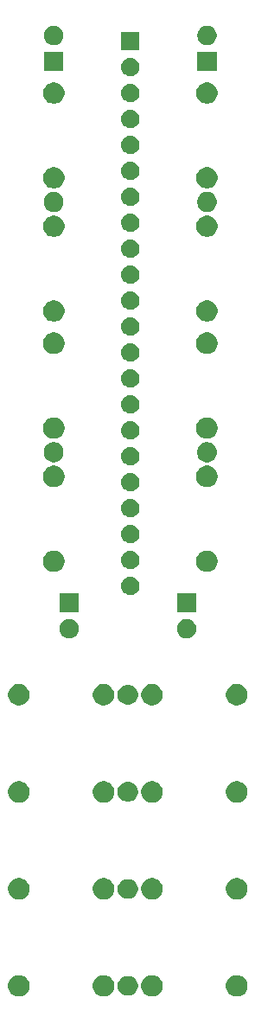
<source format=gbr>
%TF.GenerationSoftware,KiCad,Pcbnew,(5.0.1)-3*%
%TF.CreationDate,2020-04-22T20:28:29+01:00*%
%TF.ProjectId,Front,46726F6E742E6B696361645F70636200,rev?*%
%TF.SameCoordinates,Original*%
%TF.FileFunction,Soldermask,Top*%
%TF.FilePolarity,Negative*%
%FSLAX46Y46*%
G04 Gerber Fmt 4.6, Leading zero omitted, Abs format (unit mm)*
G04 Created by KiCad (PCBNEW (5.0.1)-3) date 22/04/2020 20:28:29*
%MOMM*%
%LPD*%
G01*
G04 APERTURE LIST*
%ADD10C,0.400000*%
G04 APERTURE END LIST*
D10*
G36*
X48226565Y-113489389D02*
X48417834Y-113568615D01*
X48589976Y-113683637D01*
X48736363Y-113830024D01*
X48851385Y-114002166D01*
X48930611Y-114193435D01*
X48971000Y-114396484D01*
X48971000Y-114603516D01*
X48930611Y-114806565D01*
X48851385Y-114997834D01*
X48736363Y-115169976D01*
X48589976Y-115316363D01*
X48417834Y-115431385D01*
X48226565Y-115510611D01*
X48023516Y-115551000D01*
X47816484Y-115551000D01*
X47613435Y-115510611D01*
X47422166Y-115431385D01*
X47250024Y-115316363D01*
X47103637Y-115169976D01*
X46988615Y-114997834D01*
X46909389Y-114806565D01*
X46869000Y-114603516D01*
X46869000Y-114396484D01*
X46909389Y-114193435D01*
X46988615Y-114002166D01*
X47103637Y-113830024D01*
X47250024Y-113683637D01*
X47422166Y-113568615D01*
X47613435Y-113489389D01*
X47816484Y-113449000D01*
X48023516Y-113449000D01*
X48226565Y-113489389D01*
X48226565Y-113489389D01*
G37*
G36*
X39926565Y-113489389D02*
X40117834Y-113568615D01*
X40289976Y-113683637D01*
X40436363Y-113830024D01*
X40551385Y-114002166D01*
X40630611Y-114193435D01*
X40671000Y-114396484D01*
X40671000Y-114603516D01*
X40630611Y-114806565D01*
X40551385Y-114997834D01*
X40436363Y-115169976D01*
X40289976Y-115316363D01*
X40117834Y-115431385D01*
X39926565Y-115510611D01*
X39723516Y-115551000D01*
X39516484Y-115551000D01*
X39313435Y-115510611D01*
X39122166Y-115431385D01*
X38950024Y-115316363D01*
X38803637Y-115169976D01*
X38688615Y-114997834D01*
X38609389Y-114806565D01*
X38569000Y-114603516D01*
X38569000Y-114396484D01*
X38609389Y-114193435D01*
X38688615Y-114002166D01*
X38803637Y-113830024D01*
X38950024Y-113683637D01*
X39122166Y-113568615D01*
X39313435Y-113489389D01*
X39516484Y-113449000D01*
X39723516Y-113449000D01*
X39926565Y-113489389D01*
X39926565Y-113489389D01*
G37*
G36*
X35186565Y-113489389D02*
X35377834Y-113568615D01*
X35549976Y-113683637D01*
X35696363Y-113830024D01*
X35811385Y-114002166D01*
X35890611Y-114193435D01*
X35931000Y-114396484D01*
X35931000Y-114603516D01*
X35890611Y-114806565D01*
X35811385Y-114997834D01*
X35696363Y-115169976D01*
X35549976Y-115316363D01*
X35377834Y-115431385D01*
X35186565Y-115510611D01*
X34983516Y-115551000D01*
X34776484Y-115551000D01*
X34573435Y-115510611D01*
X34382166Y-115431385D01*
X34210024Y-115316363D01*
X34063637Y-115169976D01*
X33948615Y-114997834D01*
X33869389Y-114806565D01*
X33829000Y-114603516D01*
X33829000Y-114396484D01*
X33869389Y-114193435D01*
X33948615Y-114002166D01*
X34063637Y-113830024D01*
X34210024Y-113683637D01*
X34382166Y-113568615D01*
X34573435Y-113489389D01*
X34776484Y-113449000D01*
X34983516Y-113449000D01*
X35186565Y-113489389D01*
X35186565Y-113489389D01*
G37*
G36*
X26886565Y-113489389D02*
X27077834Y-113568615D01*
X27249976Y-113683637D01*
X27396363Y-113830024D01*
X27511385Y-114002166D01*
X27590611Y-114193435D01*
X27631000Y-114396484D01*
X27631000Y-114603516D01*
X27590611Y-114806565D01*
X27511385Y-114997834D01*
X27396363Y-115169976D01*
X27249976Y-115316363D01*
X27077834Y-115431385D01*
X26886565Y-115510611D01*
X26683516Y-115551000D01*
X26476484Y-115551000D01*
X26273435Y-115510611D01*
X26082166Y-115431385D01*
X25910024Y-115316363D01*
X25763637Y-115169976D01*
X25648615Y-114997834D01*
X25569389Y-114806565D01*
X25529000Y-114603516D01*
X25529000Y-114396484D01*
X25569389Y-114193435D01*
X25648615Y-114002166D01*
X25763637Y-113830024D01*
X25910024Y-113683637D01*
X26082166Y-113568615D01*
X26273435Y-113489389D01*
X26476484Y-113449000D01*
X26683516Y-113449000D01*
X26886565Y-113489389D01*
X26886565Y-113489389D01*
G37*
G36*
X37577396Y-113585546D02*
X37750466Y-113657234D01*
X37906230Y-113761312D01*
X38038688Y-113893770D01*
X38142766Y-114049534D01*
X38214454Y-114222604D01*
X38251000Y-114406333D01*
X38251000Y-114593667D01*
X38214454Y-114777396D01*
X38142766Y-114950466D01*
X38038688Y-115106230D01*
X37906230Y-115238688D01*
X37750466Y-115342766D01*
X37577396Y-115414454D01*
X37393667Y-115451000D01*
X37106333Y-115451000D01*
X36922604Y-115414454D01*
X36749534Y-115342766D01*
X36593770Y-115238688D01*
X36461312Y-115106230D01*
X36357234Y-114950466D01*
X36285546Y-114777396D01*
X36249000Y-114593667D01*
X36249000Y-114406333D01*
X36285546Y-114222604D01*
X36357234Y-114049534D01*
X36461312Y-113893770D01*
X36593770Y-113761312D01*
X36749534Y-113657234D01*
X36922604Y-113585546D01*
X37106333Y-113549000D01*
X37393667Y-113549000D01*
X37577396Y-113585546D01*
X37577396Y-113585546D01*
G37*
G36*
X48226565Y-103989389D02*
X48417834Y-104068615D01*
X48589976Y-104183637D01*
X48736363Y-104330024D01*
X48851385Y-104502166D01*
X48930611Y-104693435D01*
X48971000Y-104896484D01*
X48971000Y-105103516D01*
X48930611Y-105306565D01*
X48851385Y-105497834D01*
X48736363Y-105669976D01*
X48589976Y-105816363D01*
X48417834Y-105931385D01*
X48226565Y-106010611D01*
X48023516Y-106051000D01*
X47816484Y-106051000D01*
X47613435Y-106010611D01*
X47422166Y-105931385D01*
X47250024Y-105816363D01*
X47103637Y-105669976D01*
X46988615Y-105497834D01*
X46909389Y-105306565D01*
X46869000Y-105103516D01*
X46869000Y-104896484D01*
X46909389Y-104693435D01*
X46988615Y-104502166D01*
X47103637Y-104330024D01*
X47250024Y-104183637D01*
X47422166Y-104068615D01*
X47613435Y-103989389D01*
X47816484Y-103949000D01*
X48023516Y-103949000D01*
X48226565Y-103989389D01*
X48226565Y-103989389D01*
G37*
G36*
X39926565Y-103989389D02*
X40117834Y-104068615D01*
X40289976Y-104183637D01*
X40436363Y-104330024D01*
X40551385Y-104502166D01*
X40630611Y-104693435D01*
X40671000Y-104896484D01*
X40671000Y-105103516D01*
X40630611Y-105306565D01*
X40551385Y-105497834D01*
X40436363Y-105669976D01*
X40289976Y-105816363D01*
X40117834Y-105931385D01*
X39926565Y-106010611D01*
X39723516Y-106051000D01*
X39516484Y-106051000D01*
X39313435Y-106010611D01*
X39122166Y-105931385D01*
X38950024Y-105816363D01*
X38803637Y-105669976D01*
X38688615Y-105497834D01*
X38609389Y-105306565D01*
X38569000Y-105103516D01*
X38569000Y-104896484D01*
X38609389Y-104693435D01*
X38688615Y-104502166D01*
X38803637Y-104330024D01*
X38950024Y-104183637D01*
X39122166Y-104068615D01*
X39313435Y-103989389D01*
X39516484Y-103949000D01*
X39723516Y-103949000D01*
X39926565Y-103989389D01*
X39926565Y-103989389D01*
G37*
G36*
X35186565Y-103989389D02*
X35377834Y-104068615D01*
X35549976Y-104183637D01*
X35696363Y-104330024D01*
X35811385Y-104502166D01*
X35890611Y-104693435D01*
X35931000Y-104896484D01*
X35931000Y-105103516D01*
X35890611Y-105306565D01*
X35811385Y-105497834D01*
X35696363Y-105669976D01*
X35549976Y-105816363D01*
X35377834Y-105931385D01*
X35186565Y-106010611D01*
X34983516Y-106051000D01*
X34776484Y-106051000D01*
X34573435Y-106010611D01*
X34382166Y-105931385D01*
X34210024Y-105816363D01*
X34063637Y-105669976D01*
X33948615Y-105497834D01*
X33869389Y-105306565D01*
X33829000Y-105103516D01*
X33829000Y-104896484D01*
X33869389Y-104693435D01*
X33948615Y-104502166D01*
X34063637Y-104330024D01*
X34210024Y-104183637D01*
X34382166Y-104068615D01*
X34573435Y-103989389D01*
X34776484Y-103949000D01*
X34983516Y-103949000D01*
X35186565Y-103989389D01*
X35186565Y-103989389D01*
G37*
G36*
X26886565Y-103989389D02*
X27077834Y-104068615D01*
X27249976Y-104183637D01*
X27396363Y-104330024D01*
X27511385Y-104502166D01*
X27590611Y-104693435D01*
X27631000Y-104896484D01*
X27631000Y-105103516D01*
X27590611Y-105306565D01*
X27511385Y-105497834D01*
X27396363Y-105669976D01*
X27249976Y-105816363D01*
X27077834Y-105931385D01*
X26886565Y-106010611D01*
X26683516Y-106051000D01*
X26476484Y-106051000D01*
X26273435Y-106010611D01*
X26082166Y-105931385D01*
X25910024Y-105816363D01*
X25763637Y-105669976D01*
X25648615Y-105497834D01*
X25569389Y-105306565D01*
X25529000Y-105103516D01*
X25529000Y-104896484D01*
X25569389Y-104693435D01*
X25648615Y-104502166D01*
X25763637Y-104330024D01*
X25910024Y-104183637D01*
X26082166Y-104068615D01*
X26273435Y-103989389D01*
X26476484Y-103949000D01*
X26683516Y-103949000D01*
X26886565Y-103989389D01*
X26886565Y-103989389D01*
G37*
G36*
X37577396Y-104085546D02*
X37750466Y-104157234D01*
X37906230Y-104261312D01*
X38038688Y-104393770D01*
X38142766Y-104549534D01*
X38214454Y-104722604D01*
X38251000Y-104906333D01*
X38251000Y-105093667D01*
X38214454Y-105277396D01*
X38142766Y-105450466D01*
X38038688Y-105606230D01*
X37906230Y-105738688D01*
X37750466Y-105842766D01*
X37577396Y-105914454D01*
X37393667Y-105951000D01*
X37106333Y-105951000D01*
X36922604Y-105914454D01*
X36749534Y-105842766D01*
X36593770Y-105738688D01*
X36461312Y-105606230D01*
X36357234Y-105450466D01*
X36285546Y-105277396D01*
X36249000Y-105093667D01*
X36249000Y-104906333D01*
X36285546Y-104722604D01*
X36357234Y-104549534D01*
X36461312Y-104393770D01*
X36593770Y-104261312D01*
X36749534Y-104157234D01*
X36922604Y-104085546D01*
X37106333Y-104049000D01*
X37393667Y-104049000D01*
X37577396Y-104085546D01*
X37577396Y-104085546D01*
G37*
G36*
X39926565Y-94489389D02*
X40117834Y-94568615D01*
X40289976Y-94683637D01*
X40436363Y-94830024D01*
X40551385Y-95002166D01*
X40630611Y-95193435D01*
X40671000Y-95396484D01*
X40671000Y-95603516D01*
X40630611Y-95806565D01*
X40551385Y-95997834D01*
X40436363Y-96169976D01*
X40289976Y-96316363D01*
X40117834Y-96431385D01*
X39926565Y-96510611D01*
X39723516Y-96551000D01*
X39516484Y-96551000D01*
X39313435Y-96510611D01*
X39122166Y-96431385D01*
X38950024Y-96316363D01*
X38803637Y-96169976D01*
X38688615Y-95997834D01*
X38609389Y-95806565D01*
X38569000Y-95603516D01*
X38569000Y-95396484D01*
X38609389Y-95193435D01*
X38688615Y-95002166D01*
X38803637Y-94830024D01*
X38950024Y-94683637D01*
X39122166Y-94568615D01*
X39313435Y-94489389D01*
X39516484Y-94449000D01*
X39723516Y-94449000D01*
X39926565Y-94489389D01*
X39926565Y-94489389D01*
G37*
G36*
X35186565Y-94489389D02*
X35377834Y-94568615D01*
X35549976Y-94683637D01*
X35696363Y-94830024D01*
X35811385Y-95002166D01*
X35890611Y-95193435D01*
X35931000Y-95396484D01*
X35931000Y-95603516D01*
X35890611Y-95806565D01*
X35811385Y-95997834D01*
X35696363Y-96169976D01*
X35549976Y-96316363D01*
X35377834Y-96431385D01*
X35186565Y-96510611D01*
X34983516Y-96551000D01*
X34776484Y-96551000D01*
X34573435Y-96510611D01*
X34382166Y-96431385D01*
X34210024Y-96316363D01*
X34063637Y-96169976D01*
X33948615Y-95997834D01*
X33869389Y-95806565D01*
X33829000Y-95603516D01*
X33829000Y-95396484D01*
X33869389Y-95193435D01*
X33948615Y-95002166D01*
X34063637Y-94830024D01*
X34210024Y-94683637D01*
X34382166Y-94568615D01*
X34573435Y-94489389D01*
X34776484Y-94449000D01*
X34983516Y-94449000D01*
X35186565Y-94489389D01*
X35186565Y-94489389D01*
G37*
G36*
X26886565Y-94489389D02*
X27077834Y-94568615D01*
X27249976Y-94683637D01*
X27396363Y-94830024D01*
X27511385Y-95002166D01*
X27590611Y-95193435D01*
X27631000Y-95396484D01*
X27631000Y-95603516D01*
X27590611Y-95806565D01*
X27511385Y-95997834D01*
X27396363Y-96169976D01*
X27249976Y-96316363D01*
X27077834Y-96431385D01*
X26886565Y-96510611D01*
X26683516Y-96551000D01*
X26476484Y-96551000D01*
X26273435Y-96510611D01*
X26082166Y-96431385D01*
X25910024Y-96316363D01*
X25763637Y-96169976D01*
X25648615Y-95997834D01*
X25569389Y-95806565D01*
X25529000Y-95603516D01*
X25529000Y-95396484D01*
X25569389Y-95193435D01*
X25648615Y-95002166D01*
X25763637Y-94830024D01*
X25910024Y-94683637D01*
X26082166Y-94568615D01*
X26273435Y-94489389D01*
X26476484Y-94449000D01*
X26683516Y-94449000D01*
X26886565Y-94489389D01*
X26886565Y-94489389D01*
G37*
G36*
X48226565Y-94489389D02*
X48417834Y-94568615D01*
X48589976Y-94683637D01*
X48736363Y-94830024D01*
X48851385Y-95002166D01*
X48930611Y-95193435D01*
X48971000Y-95396484D01*
X48971000Y-95603516D01*
X48930611Y-95806565D01*
X48851385Y-95997834D01*
X48736363Y-96169976D01*
X48589976Y-96316363D01*
X48417834Y-96431385D01*
X48226565Y-96510611D01*
X48023516Y-96551000D01*
X47816484Y-96551000D01*
X47613435Y-96510611D01*
X47422166Y-96431385D01*
X47250024Y-96316363D01*
X47103637Y-96169976D01*
X46988615Y-95997834D01*
X46909389Y-95806565D01*
X46869000Y-95603516D01*
X46869000Y-95396484D01*
X46909389Y-95193435D01*
X46988615Y-95002166D01*
X47103637Y-94830024D01*
X47250024Y-94683637D01*
X47422166Y-94568615D01*
X47613435Y-94489389D01*
X47816484Y-94449000D01*
X48023516Y-94449000D01*
X48226565Y-94489389D01*
X48226565Y-94489389D01*
G37*
G36*
X37577396Y-94585546D02*
X37750466Y-94657234D01*
X37906230Y-94761312D01*
X38038688Y-94893770D01*
X38142766Y-95049534D01*
X38214454Y-95222604D01*
X38251000Y-95406333D01*
X38251000Y-95593667D01*
X38214454Y-95777396D01*
X38142766Y-95950466D01*
X38038688Y-96106230D01*
X37906230Y-96238688D01*
X37750466Y-96342766D01*
X37577396Y-96414454D01*
X37393667Y-96451000D01*
X37106333Y-96451000D01*
X36922604Y-96414454D01*
X36749534Y-96342766D01*
X36593770Y-96238688D01*
X36461312Y-96106230D01*
X36357234Y-95950466D01*
X36285546Y-95777396D01*
X36249000Y-95593667D01*
X36249000Y-95406333D01*
X36285546Y-95222604D01*
X36357234Y-95049534D01*
X36461312Y-94893770D01*
X36593770Y-94761312D01*
X36749534Y-94657234D01*
X36922604Y-94585546D01*
X37106333Y-94549000D01*
X37393667Y-94549000D01*
X37577396Y-94585546D01*
X37577396Y-94585546D01*
G37*
G36*
X39926565Y-84989389D02*
X40117834Y-85068615D01*
X40289976Y-85183637D01*
X40436363Y-85330024D01*
X40551385Y-85502166D01*
X40630611Y-85693435D01*
X40671000Y-85896484D01*
X40671000Y-86103516D01*
X40630611Y-86306565D01*
X40551385Y-86497834D01*
X40436363Y-86669976D01*
X40289976Y-86816363D01*
X40117834Y-86931385D01*
X39926565Y-87010611D01*
X39723516Y-87051000D01*
X39516484Y-87051000D01*
X39313435Y-87010611D01*
X39122166Y-86931385D01*
X38950024Y-86816363D01*
X38803637Y-86669976D01*
X38688615Y-86497834D01*
X38609389Y-86306565D01*
X38569000Y-86103516D01*
X38569000Y-85896484D01*
X38609389Y-85693435D01*
X38688615Y-85502166D01*
X38803637Y-85330024D01*
X38950024Y-85183637D01*
X39122166Y-85068615D01*
X39313435Y-84989389D01*
X39516484Y-84949000D01*
X39723516Y-84949000D01*
X39926565Y-84989389D01*
X39926565Y-84989389D01*
G37*
G36*
X48226565Y-84989389D02*
X48417834Y-85068615D01*
X48589976Y-85183637D01*
X48736363Y-85330024D01*
X48851385Y-85502166D01*
X48930611Y-85693435D01*
X48971000Y-85896484D01*
X48971000Y-86103516D01*
X48930611Y-86306565D01*
X48851385Y-86497834D01*
X48736363Y-86669976D01*
X48589976Y-86816363D01*
X48417834Y-86931385D01*
X48226565Y-87010611D01*
X48023516Y-87051000D01*
X47816484Y-87051000D01*
X47613435Y-87010611D01*
X47422166Y-86931385D01*
X47250024Y-86816363D01*
X47103637Y-86669976D01*
X46988615Y-86497834D01*
X46909389Y-86306565D01*
X46869000Y-86103516D01*
X46869000Y-85896484D01*
X46909389Y-85693435D01*
X46988615Y-85502166D01*
X47103637Y-85330024D01*
X47250024Y-85183637D01*
X47422166Y-85068615D01*
X47613435Y-84989389D01*
X47816484Y-84949000D01*
X48023516Y-84949000D01*
X48226565Y-84989389D01*
X48226565Y-84989389D01*
G37*
G36*
X35186565Y-84989389D02*
X35377834Y-85068615D01*
X35549976Y-85183637D01*
X35696363Y-85330024D01*
X35811385Y-85502166D01*
X35890611Y-85693435D01*
X35931000Y-85896484D01*
X35931000Y-86103516D01*
X35890611Y-86306565D01*
X35811385Y-86497834D01*
X35696363Y-86669976D01*
X35549976Y-86816363D01*
X35377834Y-86931385D01*
X35186565Y-87010611D01*
X34983516Y-87051000D01*
X34776484Y-87051000D01*
X34573435Y-87010611D01*
X34382166Y-86931385D01*
X34210024Y-86816363D01*
X34063637Y-86669976D01*
X33948615Y-86497834D01*
X33869389Y-86306565D01*
X33829000Y-86103516D01*
X33829000Y-85896484D01*
X33869389Y-85693435D01*
X33948615Y-85502166D01*
X34063637Y-85330024D01*
X34210024Y-85183637D01*
X34382166Y-85068615D01*
X34573435Y-84989389D01*
X34776484Y-84949000D01*
X34983516Y-84949000D01*
X35186565Y-84989389D01*
X35186565Y-84989389D01*
G37*
G36*
X26886565Y-84989389D02*
X27077834Y-85068615D01*
X27249976Y-85183637D01*
X27396363Y-85330024D01*
X27511385Y-85502166D01*
X27590611Y-85693435D01*
X27631000Y-85896484D01*
X27631000Y-86103516D01*
X27590611Y-86306565D01*
X27511385Y-86497834D01*
X27396363Y-86669976D01*
X27249976Y-86816363D01*
X27077834Y-86931385D01*
X26886565Y-87010611D01*
X26683516Y-87051000D01*
X26476484Y-87051000D01*
X26273435Y-87010611D01*
X26082166Y-86931385D01*
X25910024Y-86816363D01*
X25763637Y-86669976D01*
X25648615Y-86497834D01*
X25569389Y-86306565D01*
X25529000Y-86103516D01*
X25529000Y-85896484D01*
X25569389Y-85693435D01*
X25648615Y-85502166D01*
X25763637Y-85330024D01*
X25910024Y-85183637D01*
X26082166Y-85068615D01*
X26273435Y-84989389D01*
X26476484Y-84949000D01*
X26683516Y-84949000D01*
X26886565Y-84989389D01*
X26886565Y-84989389D01*
G37*
G36*
X37577396Y-85085546D02*
X37750466Y-85157234D01*
X37906230Y-85261312D01*
X38038688Y-85393770D01*
X38142766Y-85549534D01*
X38214454Y-85722604D01*
X38251000Y-85906333D01*
X38251000Y-86093667D01*
X38214454Y-86277396D01*
X38142766Y-86450466D01*
X38038688Y-86606230D01*
X37906230Y-86738688D01*
X37750466Y-86842766D01*
X37577396Y-86914454D01*
X37393667Y-86951000D01*
X37106333Y-86951000D01*
X36922604Y-86914454D01*
X36749534Y-86842766D01*
X36593770Y-86738688D01*
X36461312Y-86606230D01*
X36357234Y-86450466D01*
X36285546Y-86277396D01*
X36249000Y-86093667D01*
X36249000Y-85906333D01*
X36285546Y-85722604D01*
X36357234Y-85549534D01*
X36461312Y-85393770D01*
X36593770Y-85261312D01*
X36749534Y-85157234D01*
X36922604Y-85085546D01*
X37106333Y-85049000D01*
X37393667Y-85049000D01*
X37577396Y-85085546D01*
X37577396Y-85085546D01*
G37*
G36*
X43277396Y-78625546D02*
X43450466Y-78697234D01*
X43606230Y-78801312D01*
X43738688Y-78933770D01*
X43842766Y-79089534D01*
X43914454Y-79262604D01*
X43951000Y-79446333D01*
X43951000Y-79633667D01*
X43914454Y-79817396D01*
X43842766Y-79990466D01*
X43738688Y-80146230D01*
X43606230Y-80278688D01*
X43450466Y-80382766D01*
X43277396Y-80454454D01*
X43093667Y-80491000D01*
X42906333Y-80491000D01*
X42722604Y-80454454D01*
X42549534Y-80382766D01*
X42393770Y-80278688D01*
X42261312Y-80146230D01*
X42157234Y-79990466D01*
X42085546Y-79817396D01*
X42049000Y-79633667D01*
X42049000Y-79446333D01*
X42085546Y-79262604D01*
X42157234Y-79089534D01*
X42261312Y-78933770D01*
X42393770Y-78801312D01*
X42549534Y-78697234D01*
X42722604Y-78625546D01*
X42906333Y-78589000D01*
X43093667Y-78589000D01*
X43277396Y-78625546D01*
X43277396Y-78625546D01*
G37*
G36*
X31777396Y-78625546D02*
X31950466Y-78697234D01*
X32106230Y-78801312D01*
X32238688Y-78933770D01*
X32342766Y-79089534D01*
X32414454Y-79262604D01*
X32451000Y-79446333D01*
X32451000Y-79633667D01*
X32414454Y-79817396D01*
X32342766Y-79990466D01*
X32238688Y-80146230D01*
X32106230Y-80278688D01*
X31950466Y-80382766D01*
X31777396Y-80454454D01*
X31593667Y-80491000D01*
X31406333Y-80491000D01*
X31222604Y-80454454D01*
X31049534Y-80382766D01*
X30893770Y-80278688D01*
X30761312Y-80146230D01*
X30657234Y-79990466D01*
X30585546Y-79817396D01*
X30549000Y-79633667D01*
X30549000Y-79446333D01*
X30585546Y-79262604D01*
X30657234Y-79089534D01*
X30761312Y-78933770D01*
X30893770Y-78801312D01*
X31049534Y-78697234D01*
X31222604Y-78625546D01*
X31406333Y-78589000D01*
X31593667Y-78589000D01*
X31777396Y-78625546D01*
X31777396Y-78625546D01*
G37*
G36*
X32451000Y-77951000D02*
X30549000Y-77951000D01*
X30549000Y-76049000D01*
X32451000Y-76049000D01*
X32451000Y-77951000D01*
X32451000Y-77951000D01*
G37*
G36*
X43951000Y-77951000D02*
X42049000Y-77951000D01*
X42049000Y-76049000D01*
X43951000Y-76049000D01*
X43951000Y-77951000D01*
X43951000Y-77951000D01*
G37*
G36*
X37610442Y-74445518D02*
X37676627Y-74452037D01*
X37789853Y-74486384D01*
X37846467Y-74503557D01*
X37985087Y-74577652D01*
X38002991Y-74587222D01*
X38038729Y-74616552D01*
X38140186Y-74699814D01*
X38223448Y-74801271D01*
X38252778Y-74837009D01*
X38252779Y-74837011D01*
X38336443Y-74993533D01*
X38336443Y-74993534D01*
X38387963Y-75163373D01*
X38405359Y-75340000D01*
X38387963Y-75516627D01*
X38353616Y-75629853D01*
X38336443Y-75686467D01*
X38262348Y-75825087D01*
X38252778Y-75842991D01*
X38223448Y-75878729D01*
X38140186Y-75980186D01*
X38038729Y-76063448D01*
X38002991Y-76092778D01*
X38002989Y-76092779D01*
X37846467Y-76176443D01*
X37789853Y-76193616D01*
X37676627Y-76227963D01*
X37610443Y-76234481D01*
X37544260Y-76241000D01*
X37455740Y-76241000D01*
X37389557Y-76234481D01*
X37323373Y-76227963D01*
X37210147Y-76193616D01*
X37153533Y-76176443D01*
X36997011Y-76092779D01*
X36997009Y-76092778D01*
X36961271Y-76063448D01*
X36859814Y-75980186D01*
X36776552Y-75878729D01*
X36747222Y-75842991D01*
X36737652Y-75825087D01*
X36663557Y-75686467D01*
X36646384Y-75629853D01*
X36612037Y-75516627D01*
X36594641Y-75340000D01*
X36612037Y-75163373D01*
X36663557Y-74993534D01*
X36663557Y-74993533D01*
X36747221Y-74837011D01*
X36747222Y-74837009D01*
X36776552Y-74801271D01*
X36859814Y-74699814D01*
X36961271Y-74616552D01*
X36997009Y-74587222D01*
X37014913Y-74577652D01*
X37153533Y-74503557D01*
X37210147Y-74486384D01*
X37323373Y-74452037D01*
X37389558Y-74445518D01*
X37455740Y-74439000D01*
X37544260Y-74439000D01*
X37610442Y-74445518D01*
X37610442Y-74445518D01*
G37*
G36*
X45306565Y-71909389D02*
X45497834Y-71988615D01*
X45669976Y-72103637D01*
X45816363Y-72250024D01*
X45931385Y-72422166D01*
X46010611Y-72613435D01*
X46051000Y-72816484D01*
X46051000Y-73023516D01*
X46010611Y-73226565D01*
X45931385Y-73417834D01*
X45816363Y-73589976D01*
X45669976Y-73736363D01*
X45497834Y-73851385D01*
X45306565Y-73930611D01*
X45103516Y-73971000D01*
X44896484Y-73971000D01*
X44693435Y-73930611D01*
X44502166Y-73851385D01*
X44330024Y-73736363D01*
X44183637Y-73589976D01*
X44068615Y-73417834D01*
X43989389Y-73226565D01*
X43949000Y-73023516D01*
X43949000Y-72816484D01*
X43989389Y-72613435D01*
X44068615Y-72422166D01*
X44183637Y-72250024D01*
X44330024Y-72103637D01*
X44502166Y-71988615D01*
X44693435Y-71909389D01*
X44896484Y-71869000D01*
X45103516Y-71869000D01*
X45306565Y-71909389D01*
X45306565Y-71909389D01*
G37*
G36*
X30306565Y-71909389D02*
X30497834Y-71988615D01*
X30669976Y-72103637D01*
X30816363Y-72250024D01*
X30931385Y-72422166D01*
X31010611Y-72613435D01*
X31051000Y-72816484D01*
X31051000Y-73023516D01*
X31010611Y-73226565D01*
X30931385Y-73417834D01*
X30816363Y-73589976D01*
X30669976Y-73736363D01*
X30497834Y-73851385D01*
X30306565Y-73930611D01*
X30103516Y-73971000D01*
X29896484Y-73971000D01*
X29693435Y-73930611D01*
X29502166Y-73851385D01*
X29330024Y-73736363D01*
X29183637Y-73589976D01*
X29068615Y-73417834D01*
X28989389Y-73226565D01*
X28949000Y-73023516D01*
X28949000Y-72816484D01*
X28989389Y-72613435D01*
X29068615Y-72422166D01*
X29183637Y-72250024D01*
X29330024Y-72103637D01*
X29502166Y-71988615D01*
X29693435Y-71909389D01*
X29896484Y-71869000D01*
X30103516Y-71869000D01*
X30306565Y-71909389D01*
X30306565Y-71909389D01*
G37*
G36*
X37610443Y-71905519D02*
X37676627Y-71912037D01*
X37789853Y-71946384D01*
X37846467Y-71963557D01*
X37893348Y-71988616D01*
X38002991Y-72047222D01*
X38038729Y-72076552D01*
X38140186Y-72159814D01*
X38214218Y-72250024D01*
X38252778Y-72297009D01*
X38252779Y-72297011D01*
X38336443Y-72453533D01*
X38336443Y-72453534D01*
X38387963Y-72623373D01*
X38405359Y-72800000D01*
X38387963Y-72976627D01*
X38373740Y-73023514D01*
X38336443Y-73146467D01*
X38293629Y-73226565D01*
X38252778Y-73302991D01*
X38223448Y-73338729D01*
X38140186Y-73440186D01*
X38038729Y-73523448D01*
X38002991Y-73552778D01*
X38002989Y-73552779D01*
X37846467Y-73636443D01*
X37789853Y-73653616D01*
X37676627Y-73687963D01*
X37610442Y-73694482D01*
X37544260Y-73701000D01*
X37455740Y-73701000D01*
X37389558Y-73694482D01*
X37323373Y-73687963D01*
X37210147Y-73653616D01*
X37153533Y-73636443D01*
X36997011Y-73552779D01*
X36997009Y-73552778D01*
X36961271Y-73523448D01*
X36859814Y-73440186D01*
X36776552Y-73338729D01*
X36747222Y-73302991D01*
X36706371Y-73226565D01*
X36663557Y-73146467D01*
X36626260Y-73023514D01*
X36612037Y-72976627D01*
X36594641Y-72800000D01*
X36612037Y-72623373D01*
X36663557Y-72453534D01*
X36663557Y-72453533D01*
X36747221Y-72297011D01*
X36747222Y-72297009D01*
X36785782Y-72250024D01*
X36859814Y-72159814D01*
X36961271Y-72076552D01*
X36997009Y-72047222D01*
X37106652Y-71988616D01*
X37153533Y-71963557D01*
X37210147Y-71946384D01*
X37323373Y-71912037D01*
X37389557Y-71905519D01*
X37455740Y-71899000D01*
X37544260Y-71899000D01*
X37610443Y-71905519D01*
X37610443Y-71905519D01*
G37*
G36*
X37610443Y-69365519D02*
X37676627Y-69372037D01*
X37789853Y-69406384D01*
X37846467Y-69423557D01*
X37985087Y-69497652D01*
X38002991Y-69507222D01*
X38038729Y-69536552D01*
X38140186Y-69619814D01*
X38223448Y-69721271D01*
X38252778Y-69757009D01*
X38252779Y-69757011D01*
X38336443Y-69913533D01*
X38336443Y-69913534D01*
X38387963Y-70083373D01*
X38405359Y-70260000D01*
X38387963Y-70436627D01*
X38353616Y-70549853D01*
X38336443Y-70606467D01*
X38262348Y-70745087D01*
X38252778Y-70762991D01*
X38223448Y-70798729D01*
X38140186Y-70900186D01*
X38038729Y-70983448D01*
X38002991Y-71012778D01*
X38002989Y-71012779D01*
X37846467Y-71096443D01*
X37789853Y-71113616D01*
X37676627Y-71147963D01*
X37610443Y-71154481D01*
X37544260Y-71161000D01*
X37455740Y-71161000D01*
X37389557Y-71154481D01*
X37323373Y-71147963D01*
X37210147Y-71113616D01*
X37153533Y-71096443D01*
X36997011Y-71012779D01*
X36997009Y-71012778D01*
X36961271Y-70983448D01*
X36859814Y-70900186D01*
X36776552Y-70798729D01*
X36747222Y-70762991D01*
X36737652Y-70745087D01*
X36663557Y-70606467D01*
X36646384Y-70549853D01*
X36612037Y-70436627D01*
X36594641Y-70260000D01*
X36612037Y-70083373D01*
X36663557Y-69913534D01*
X36663557Y-69913533D01*
X36747221Y-69757011D01*
X36747222Y-69757009D01*
X36776552Y-69721271D01*
X36859814Y-69619814D01*
X36961271Y-69536552D01*
X36997009Y-69507222D01*
X37014913Y-69497652D01*
X37153533Y-69423557D01*
X37210147Y-69406384D01*
X37323373Y-69372037D01*
X37389557Y-69365519D01*
X37455740Y-69359000D01*
X37544260Y-69359000D01*
X37610443Y-69365519D01*
X37610443Y-69365519D01*
G37*
G36*
X37610442Y-66825518D02*
X37676627Y-66832037D01*
X37789853Y-66866384D01*
X37846467Y-66883557D01*
X37985087Y-66957652D01*
X38002991Y-66967222D01*
X38038729Y-66996552D01*
X38140186Y-67079814D01*
X38223448Y-67181271D01*
X38252778Y-67217009D01*
X38252779Y-67217011D01*
X38336443Y-67373533D01*
X38336443Y-67373534D01*
X38387963Y-67543373D01*
X38405359Y-67720000D01*
X38387963Y-67896627D01*
X38353616Y-68009853D01*
X38336443Y-68066467D01*
X38262348Y-68205087D01*
X38252778Y-68222991D01*
X38223448Y-68258729D01*
X38140186Y-68360186D01*
X38038729Y-68443448D01*
X38002991Y-68472778D01*
X38002989Y-68472779D01*
X37846467Y-68556443D01*
X37789853Y-68573616D01*
X37676627Y-68607963D01*
X37610442Y-68614482D01*
X37544260Y-68621000D01*
X37455740Y-68621000D01*
X37389558Y-68614482D01*
X37323373Y-68607963D01*
X37210147Y-68573616D01*
X37153533Y-68556443D01*
X36997011Y-68472779D01*
X36997009Y-68472778D01*
X36961271Y-68443448D01*
X36859814Y-68360186D01*
X36776552Y-68258729D01*
X36747222Y-68222991D01*
X36737652Y-68205087D01*
X36663557Y-68066467D01*
X36646384Y-68009853D01*
X36612037Y-67896627D01*
X36594641Y-67720000D01*
X36612037Y-67543373D01*
X36663557Y-67373534D01*
X36663557Y-67373533D01*
X36747221Y-67217011D01*
X36747222Y-67217009D01*
X36776552Y-67181271D01*
X36859814Y-67079814D01*
X36961271Y-66996552D01*
X36997009Y-66967222D01*
X37014913Y-66957652D01*
X37153533Y-66883557D01*
X37210147Y-66866384D01*
X37323373Y-66832037D01*
X37389558Y-66825518D01*
X37455740Y-66819000D01*
X37544260Y-66819000D01*
X37610442Y-66825518D01*
X37610442Y-66825518D01*
G37*
G36*
X37610443Y-64285519D02*
X37676627Y-64292037D01*
X37789853Y-64326384D01*
X37846467Y-64343557D01*
X37985087Y-64417652D01*
X38002991Y-64427222D01*
X38038729Y-64456552D01*
X38140186Y-64539814D01*
X38223448Y-64641271D01*
X38252778Y-64677009D01*
X38252779Y-64677011D01*
X38336443Y-64833533D01*
X38336443Y-64833534D01*
X38387963Y-65003373D01*
X38405359Y-65180000D01*
X38387963Y-65356627D01*
X38363775Y-65436363D01*
X38336443Y-65526467D01*
X38280776Y-65630611D01*
X38252778Y-65682991D01*
X38223448Y-65718729D01*
X38140186Y-65820186D01*
X38038729Y-65903448D01*
X38002991Y-65932778D01*
X38002989Y-65932779D01*
X37846467Y-66016443D01*
X37789853Y-66033616D01*
X37676627Y-66067963D01*
X37610442Y-66074482D01*
X37544260Y-66081000D01*
X37455740Y-66081000D01*
X37389558Y-66074482D01*
X37323373Y-66067963D01*
X37210147Y-66033616D01*
X37153533Y-66016443D01*
X36997011Y-65932779D01*
X36997009Y-65932778D01*
X36961271Y-65903448D01*
X36859814Y-65820186D01*
X36776552Y-65718729D01*
X36747222Y-65682991D01*
X36719224Y-65630611D01*
X36663557Y-65526467D01*
X36636225Y-65436363D01*
X36612037Y-65356627D01*
X36594641Y-65180000D01*
X36612037Y-65003373D01*
X36663557Y-64833534D01*
X36663557Y-64833533D01*
X36747221Y-64677011D01*
X36747222Y-64677009D01*
X36776552Y-64641271D01*
X36859814Y-64539814D01*
X36961271Y-64456552D01*
X36997009Y-64427222D01*
X37014913Y-64417652D01*
X37153533Y-64343557D01*
X37210147Y-64326384D01*
X37323373Y-64292037D01*
X37389557Y-64285519D01*
X37455740Y-64279000D01*
X37544260Y-64279000D01*
X37610443Y-64285519D01*
X37610443Y-64285519D01*
G37*
G36*
X30306565Y-63609389D02*
X30497834Y-63688615D01*
X30669976Y-63803637D01*
X30816363Y-63950024D01*
X30931385Y-64122166D01*
X31010611Y-64313435D01*
X31051000Y-64516484D01*
X31051000Y-64723516D01*
X31010611Y-64926565D01*
X30931385Y-65117834D01*
X30816363Y-65289976D01*
X30669976Y-65436363D01*
X30497834Y-65551385D01*
X30306565Y-65630611D01*
X30103516Y-65671000D01*
X29896484Y-65671000D01*
X29693435Y-65630611D01*
X29502166Y-65551385D01*
X29330024Y-65436363D01*
X29183637Y-65289976D01*
X29068615Y-65117834D01*
X28989389Y-64926565D01*
X28949000Y-64723516D01*
X28949000Y-64516484D01*
X28989389Y-64313435D01*
X29068615Y-64122166D01*
X29183637Y-63950024D01*
X29330024Y-63803637D01*
X29502166Y-63688615D01*
X29693435Y-63609389D01*
X29896484Y-63569000D01*
X30103516Y-63569000D01*
X30306565Y-63609389D01*
X30306565Y-63609389D01*
G37*
G36*
X45306565Y-63609389D02*
X45497834Y-63688615D01*
X45669976Y-63803637D01*
X45816363Y-63950024D01*
X45931385Y-64122166D01*
X46010611Y-64313435D01*
X46051000Y-64516484D01*
X46051000Y-64723516D01*
X46010611Y-64926565D01*
X45931385Y-65117834D01*
X45816363Y-65289976D01*
X45669976Y-65436363D01*
X45497834Y-65551385D01*
X45306565Y-65630611D01*
X45103516Y-65671000D01*
X44896484Y-65671000D01*
X44693435Y-65630611D01*
X44502166Y-65551385D01*
X44330024Y-65436363D01*
X44183637Y-65289976D01*
X44068615Y-65117834D01*
X43989389Y-64926565D01*
X43949000Y-64723516D01*
X43949000Y-64516484D01*
X43989389Y-64313435D01*
X44068615Y-64122166D01*
X44183637Y-63950024D01*
X44330024Y-63803637D01*
X44502166Y-63688615D01*
X44693435Y-63609389D01*
X44896484Y-63569000D01*
X45103516Y-63569000D01*
X45306565Y-63609389D01*
X45306565Y-63609389D01*
G37*
G36*
X37610442Y-61745518D02*
X37676627Y-61752037D01*
X37789853Y-61786384D01*
X37846467Y-61803557D01*
X37985087Y-61877652D01*
X38002991Y-61887222D01*
X38038729Y-61916552D01*
X38140186Y-61999814D01*
X38223448Y-62101271D01*
X38252778Y-62137009D01*
X38252779Y-62137011D01*
X38336443Y-62293533D01*
X38336443Y-62293534D01*
X38387963Y-62463373D01*
X38405359Y-62640000D01*
X38387963Y-62816627D01*
X38360783Y-62906227D01*
X38336443Y-62986467D01*
X38268032Y-63114453D01*
X38252778Y-63142991D01*
X38246205Y-63151000D01*
X38140186Y-63280186D01*
X38038729Y-63363448D01*
X38002991Y-63392778D01*
X38002989Y-63392779D01*
X37846467Y-63476443D01*
X37789853Y-63493616D01*
X37676627Y-63527963D01*
X37610443Y-63534481D01*
X37544260Y-63541000D01*
X37455740Y-63541000D01*
X37389557Y-63534481D01*
X37323373Y-63527963D01*
X37210147Y-63493616D01*
X37153533Y-63476443D01*
X36997011Y-63392779D01*
X36997009Y-63392778D01*
X36961271Y-63363448D01*
X36859814Y-63280186D01*
X36753795Y-63151000D01*
X36747222Y-63142991D01*
X36731968Y-63114453D01*
X36663557Y-62986467D01*
X36639217Y-62906227D01*
X36612037Y-62816627D01*
X36594641Y-62640000D01*
X36612037Y-62463373D01*
X36663557Y-62293534D01*
X36663557Y-62293533D01*
X36747221Y-62137011D01*
X36747222Y-62137009D01*
X36776552Y-62101271D01*
X36859814Y-61999814D01*
X36961271Y-61916552D01*
X36997009Y-61887222D01*
X37014913Y-61877652D01*
X37153533Y-61803557D01*
X37210147Y-61786384D01*
X37323373Y-61752037D01*
X37389558Y-61745518D01*
X37455740Y-61739000D01*
X37544260Y-61739000D01*
X37610442Y-61745518D01*
X37610442Y-61745518D01*
G37*
G36*
X45277396Y-61285546D02*
X45450466Y-61357234D01*
X45606230Y-61461312D01*
X45738688Y-61593770D01*
X45842766Y-61749534D01*
X45914454Y-61922604D01*
X45951000Y-62106333D01*
X45951000Y-62393667D01*
X45914454Y-62577396D01*
X45842766Y-62750466D01*
X45738688Y-62906230D01*
X45606230Y-63038688D01*
X45450466Y-63142766D01*
X45277396Y-63214454D01*
X45093667Y-63251000D01*
X44906333Y-63251000D01*
X44722604Y-63214454D01*
X44549534Y-63142766D01*
X44393770Y-63038688D01*
X44261312Y-62906230D01*
X44157234Y-62750466D01*
X44085546Y-62577396D01*
X44049000Y-62393667D01*
X44049000Y-62106333D01*
X44085546Y-61922604D01*
X44157234Y-61749534D01*
X44261312Y-61593770D01*
X44393770Y-61461312D01*
X44549534Y-61357234D01*
X44722604Y-61285546D01*
X44906333Y-61249000D01*
X45093667Y-61249000D01*
X45277396Y-61285546D01*
X45277396Y-61285546D01*
G37*
G36*
X30277396Y-61285546D02*
X30450466Y-61357234D01*
X30606230Y-61461312D01*
X30738688Y-61593770D01*
X30842766Y-61749534D01*
X30914454Y-61922604D01*
X30951000Y-62106333D01*
X30951000Y-62393667D01*
X30914454Y-62577396D01*
X30842766Y-62750466D01*
X30738688Y-62906230D01*
X30606230Y-63038688D01*
X30450466Y-63142766D01*
X30277396Y-63214454D01*
X30093667Y-63251000D01*
X29906333Y-63251000D01*
X29722604Y-63214454D01*
X29549534Y-63142766D01*
X29393770Y-63038688D01*
X29261312Y-62906230D01*
X29157234Y-62750466D01*
X29085546Y-62577396D01*
X29049000Y-62393667D01*
X29049000Y-62106333D01*
X29085546Y-61922604D01*
X29157234Y-61749534D01*
X29261312Y-61593770D01*
X29393770Y-61461312D01*
X29549534Y-61357234D01*
X29722604Y-61285546D01*
X29906333Y-61249000D01*
X30093667Y-61249000D01*
X30277396Y-61285546D01*
X30277396Y-61285546D01*
G37*
G36*
X37610443Y-59205519D02*
X37676627Y-59212037D01*
X37789853Y-59246384D01*
X37846467Y-59263557D01*
X37985087Y-59337652D01*
X38002991Y-59347222D01*
X38038729Y-59376552D01*
X38140186Y-59459814D01*
X38223448Y-59561271D01*
X38252778Y-59597009D01*
X38252779Y-59597011D01*
X38336443Y-59753533D01*
X38353616Y-59810147D01*
X38387963Y-59923373D01*
X38405359Y-60100000D01*
X38387963Y-60276627D01*
X38357262Y-60377834D01*
X38336443Y-60446467D01*
X38281117Y-60549973D01*
X38252778Y-60602991D01*
X38223448Y-60638729D01*
X38140186Y-60740186D01*
X38053428Y-60811385D01*
X38002991Y-60852778D01*
X38002989Y-60852779D01*
X37846467Y-60936443D01*
X37789853Y-60953616D01*
X37676627Y-60987963D01*
X37610443Y-60994481D01*
X37544260Y-61001000D01*
X37455740Y-61001000D01*
X37389557Y-60994481D01*
X37323373Y-60987963D01*
X37210147Y-60953616D01*
X37153533Y-60936443D01*
X36997011Y-60852779D01*
X36997009Y-60852778D01*
X36946572Y-60811385D01*
X36859814Y-60740186D01*
X36776552Y-60638729D01*
X36747222Y-60602991D01*
X36718883Y-60549973D01*
X36663557Y-60446467D01*
X36642738Y-60377834D01*
X36612037Y-60276627D01*
X36594641Y-60100000D01*
X36612037Y-59923373D01*
X36646384Y-59810147D01*
X36663557Y-59753533D01*
X36747221Y-59597011D01*
X36747222Y-59597009D01*
X36776552Y-59561271D01*
X36859814Y-59459814D01*
X36961271Y-59376552D01*
X36997009Y-59347222D01*
X37014913Y-59337652D01*
X37153533Y-59263557D01*
X37210147Y-59246384D01*
X37323373Y-59212037D01*
X37389557Y-59205519D01*
X37455740Y-59199000D01*
X37544260Y-59199000D01*
X37610443Y-59205519D01*
X37610443Y-59205519D01*
G37*
G36*
X30306565Y-58869389D02*
X30497834Y-58948615D01*
X30669976Y-59063637D01*
X30816363Y-59210024D01*
X30931385Y-59382166D01*
X31010611Y-59573435D01*
X31051000Y-59776484D01*
X31051000Y-59983516D01*
X31010611Y-60186565D01*
X30931385Y-60377834D01*
X30816363Y-60549976D01*
X30669976Y-60696363D01*
X30497834Y-60811385D01*
X30306565Y-60890611D01*
X30103516Y-60931000D01*
X29896484Y-60931000D01*
X29693435Y-60890611D01*
X29502166Y-60811385D01*
X29330024Y-60696363D01*
X29183637Y-60549976D01*
X29068615Y-60377834D01*
X28989389Y-60186565D01*
X28949000Y-59983516D01*
X28949000Y-59776484D01*
X28989389Y-59573435D01*
X29068615Y-59382166D01*
X29183637Y-59210024D01*
X29330024Y-59063637D01*
X29502166Y-58948615D01*
X29693435Y-58869389D01*
X29896484Y-58829000D01*
X30103516Y-58829000D01*
X30306565Y-58869389D01*
X30306565Y-58869389D01*
G37*
G36*
X45306565Y-58869389D02*
X45497834Y-58948615D01*
X45669976Y-59063637D01*
X45816363Y-59210024D01*
X45931385Y-59382166D01*
X46010611Y-59573435D01*
X46051000Y-59776484D01*
X46051000Y-59983516D01*
X46010611Y-60186565D01*
X45931385Y-60377834D01*
X45816363Y-60549976D01*
X45669976Y-60696363D01*
X45497834Y-60811385D01*
X45306565Y-60890611D01*
X45103516Y-60931000D01*
X44896484Y-60931000D01*
X44693435Y-60890611D01*
X44502166Y-60811385D01*
X44330024Y-60696363D01*
X44183637Y-60549976D01*
X44068615Y-60377834D01*
X43989389Y-60186565D01*
X43949000Y-59983516D01*
X43949000Y-59776484D01*
X43989389Y-59573435D01*
X44068615Y-59382166D01*
X44183637Y-59210024D01*
X44330024Y-59063637D01*
X44502166Y-58948615D01*
X44693435Y-58869389D01*
X44896484Y-58829000D01*
X45103516Y-58829000D01*
X45306565Y-58869389D01*
X45306565Y-58869389D01*
G37*
G36*
X37610442Y-56665518D02*
X37676627Y-56672037D01*
X37789853Y-56706384D01*
X37846467Y-56723557D01*
X37985087Y-56797652D01*
X38002991Y-56807222D01*
X38038729Y-56836552D01*
X38140186Y-56919814D01*
X38223448Y-57021271D01*
X38252778Y-57057009D01*
X38252779Y-57057011D01*
X38336443Y-57213533D01*
X38336443Y-57213534D01*
X38387963Y-57383373D01*
X38405359Y-57560000D01*
X38387963Y-57736627D01*
X38353616Y-57849853D01*
X38336443Y-57906467D01*
X38262348Y-58045087D01*
X38252778Y-58062991D01*
X38223448Y-58098729D01*
X38140186Y-58200186D01*
X38038729Y-58283448D01*
X38002991Y-58312778D01*
X38002989Y-58312779D01*
X37846467Y-58396443D01*
X37789853Y-58413616D01*
X37676627Y-58447963D01*
X37610442Y-58454482D01*
X37544260Y-58461000D01*
X37455740Y-58461000D01*
X37389558Y-58454482D01*
X37323373Y-58447963D01*
X37210147Y-58413616D01*
X37153533Y-58396443D01*
X36997011Y-58312779D01*
X36997009Y-58312778D01*
X36961271Y-58283448D01*
X36859814Y-58200186D01*
X36776552Y-58098729D01*
X36747222Y-58062991D01*
X36737652Y-58045087D01*
X36663557Y-57906467D01*
X36646384Y-57849853D01*
X36612037Y-57736627D01*
X36594641Y-57560000D01*
X36612037Y-57383373D01*
X36663557Y-57213534D01*
X36663557Y-57213533D01*
X36747221Y-57057011D01*
X36747222Y-57057009D01*
X36776552Y-57021271D01*
X36859814Y-56919814D01*
X36961271Y-56836552D01*
X36997009Y-56807222D01*
X37014913Y-56797652D01*
X37153533Y-56723557D01*
X37210147Y-56706384D01*
X37323373Y-56672037D01*
X37389558Y-56665518D01*
X37455740Y-56659000D01*
X37544260Y-56659000D01*
X37610442Y-56665518D01*
X37610442Y-56665518D01*
G37*
G36*
X37610443Y-54125519D02*
X37676627Y-54132037D01*
X37789853Y-54166384D01*
X37846467Y-54183557D01*
X37985087Y-54257652D01*
X38002991Y-54267222D01*
X38038729Y-54296552D01*
X38140186Y-54379814D01*
X38223448Y-54481271D01*
X38252778Y-54517009D01*
X38252779Y-54517011D01*
X38336443Y-54673533D01*
X38336443Y-54673534D01*
X38387963Y-54843373D01*
X38405359Y-55020000D01*
X38387963Y-55196627D01*
X38353616Y-55309853D01*
X38336443Y-55366467D01*
X38262348Y-55505087D01*
X38252778Y-55522991D01*
X38223448Y-55558729D01*
X38140186Y-55660186D01*
X38038729Y-55743448D01*
X38002991Y-55772778D01*
X38002989Y-55772779D01*
X37846467Y-55856443D01*
X37789853Y-55873616D01*
X37676627Y-55907963D01*
X37610443Y-55914481D01*
X37544260Y-55921000D01*
X37455740Y-55921000D01*
X37389557Y-55914481D01*
X37323373Y-55907963D01*
X37210147Y-55873616D01*
X37153533Y-55856443D01*
X36997011Y-55772779D01*
X36997009Y-55772778D01*
X36961271Y-55743448D01*
X36859814Y-55660186D01*
X36776552Y-55558729D01*
X36747222Y-55522991D01*
X36737652Y-55505087D01*
X36663557Y-55366467D01*
X36646384Y-55309853D01*
X36612037Y-55196627D01*
X36594641Y-55020000D01*
X36612037Y-54843373D01*
X36663557Y-54673534D01*
X36663557Y-54673533D01*
X36747221Y-54517011D01*
X36747222Y-54517009D01*
X36776552Y-54481271D01*
X36859814Y-54379814D01*
X36961271Y-54296552D01*
X36997009Y-54267222D01*
X37014913Y-54257652D01*
X37153533Y-54183557D01*
X37210147Y-54166384D01*
X37323373Y-54132037D01*
X37389557Y-54125519D01*
X37455740Y-54119000D01*
X37544260Y-54119000D01*
X37610443Y-54125519D01*
X37610443Y-54125519D01*
G37*
G36*
X37610442Y-51585518D02*
X37676627Y-51592037D01*
X37789853Y-51626384D01*
X37846467Y-51643557D01*
X37985087Y-51717652D01*
X38002991Y-51727222D01*
X38038729Y-51756552D01*
X38140186Y-51839814D01*
X38223448Y-51941271D01*
X38252778Y-51977009D01*
X38252779Y-51977011D01*
X38336443Y-52133533D01*
X38336443Y-52133534D01*
X38387963Y-52303373D01*
X38405359Y-52480000D01*
X38387963Y-52656627D01*
X38353616Y-52769853D01*
X38336443Y-52826467D01*
X38262348Y-52965087D01*
X38252778Y-52982991D01*
X38223448Y-53018729D01*
X38140186Y-53120186D01*
X38038729Y-53203448D01*
X38002991Y-53232778D01*
X38002989Y-53232779D01*
X37846467Y-53316443D01*
X37789853Y-53333616D01*
X37676627Y-53367963D01*
X37610443Y-53374481D01*
X37544260Y-53381000D01*
X37455740Y-53381000D01*
X37389557Y-53374481D01*
X37323373Y-53367963D01*
X37210147Y-53333616D01*
X37153533Y-53316443D01*
X36997011Y-53232779D01*
X36997009Y-53232778D01*
X36961271Y-53203448D01*
X36859814Y-53120186D01*
X36776552Y-53018729D01*
X36747222Y-52982991D01*
X36737652Y-52965087D01*
X36663557Y-52826467D01*
X36646384Y-52769853D01*
X36612037Y-52656627D01*
X36594641Y-52480000D01*
X36612037Y-52303373D01*
X36663557Y-52133534D01*
X36663557Y-52133533D01*
X36747221Y-51977011D01*
X36747222Y-51977009D01*
X36776552Y-51941271D01*
X36859814Y-51839814D01*
X36961271Y-51756552D01*
X36997009Y-51727222D01*
X37014913Y-51717652D01*
X37153533Y-51643557D01*
X37210147Y-51626384D01*
X37323373Y-51592037D01*
X37389558Y-51585518D01*
X37455740Y-51579000D01*
X37544260Y-51579000D01*
X37610442Y-51585518D01*
X37610442Y-51585518D01*
G37*
G36*
X30306565Y-50569389D02*
X30497834Y-50648615D01*
X30669976Y-50763637D01*
X30816363Y-50910024D01*
X30931385Y-51082166D01*
X31010611Y-51273435D01*
X31051000Y-51476484D01*
X31051000Y-51683516D01*
X31010611Y-51886565D01*
X30931385Y-52077834D01*
X30816363Y-52249976D01*
X30669976Y-52396363D01*
X30497834Y-52511385D01*
X30306565Y-52590611D01*
X30103516Y-52631000D01*
X29896484Y-52631000D01*
X29693435Y-52590611D01*
X29502166Y-52511385D01*
X29330024Y-52396363D01*
X29183637Y-52249976D01*
X29068615Y-52077834D01*
X28989389Y-51886565D01*
X28949000Y-51683516D01*
X28949000Y-51476484D01*
X28989389Y-51273435D01*
X29068615Y-51082166D01*
X29183637Y-50910024D01*
X29330024Y-50763637D01*
X29502166Y-50648615D01*
X29693435Y-50569389D01*
X29896484Y-50529000D01*
X30103516Y-50529000D01*
X30306565Y-50569389D01*
X30306565Y-50569389D01*
G37*
G36*
X45306565Y-50569389D02*
X45497834Y-50648615D01*
X45669976Y-50763637D01*
X45816363Y-50910024D01*
X45931385Y-51082166D01*
X46010611Y-51273435D01*
X46051000Y-51476484D01*
X46051000Y-51683516D01*
X46010611Y-51886565D01*
X45931385Y-52077834D01*
X45816363Y-52249976D01*
X45669976Y-52396363D01*
X45497834Y-52511385D01*
X45306565Y-52590611D01*
X45103516Y-52631000D01*
X44896484Y-52631000D01*
X44693435Y-52590611D01*
X44502166Y-52511385D01*
X44330024Y-52396363D01*
X44183637Y-52249976D01*
X44068615Y-52077834D01*
X43989389Y-51886565D01*
X43949000Y-51683516D01*
X43949000Y-51476484D01*
X43989389Y-51273435D01*
X44068615Y-51082166D01*
X44183637Y-50910024D01*
X44330024Y-50763637D01*
X44502166Y-50648615D01*
X44693435Y-50569389D01*
X44896484Y-50529000D01*
X45103516Y-50529000D01*
X45306565Y-50569389D01*
X45306565Y-50569389D01*
G37*
G36*
X37610442Y-49045518D02*
X37676627Y-49052037D01*
X37789853Y-49086384D01*
X37846467Y-49103557D01*
X37985087Y-49177652D01*
X38002991Y-49187222D01*
X38038729Y-49216552D01*
X38140186Y-49299814D01*
X38223448Y-49401271D01*
X38252778Y-49437009D01*
X38252779Y-49437011D01*
X38336443Y-49593533D01*
X38336443Y-49593534D01*
X38387963Y-49763373D01*
X38405359Y-49940000D01*
X38387963Y-50116627D01*
X38353616Y-50229853D01*
X38336443Y-50286467D01*
X38262348Y-50425087D01*
X38252778Y-50442991D01*
X38223448Y-50478729D01*
X38140186Y-50580186D01*
X38038729Y-50663448D01*
X38002991Y-50692778D01*
X38002989Y-50692779D01*
X37846467Y-50776443D01*
X37789853Y-50793616D01*
X37676627Y-50827963D01*
X37610442Y-50834482D01*
X37544260Y-50841000D01*
X37455740Y-50841000D01*
X37389557Y-50834481D01*
X37323373Y-50827963D01*
X37210147Y-50793616D01*
X37153533Y-50776443D01*
X36997011Y-50692779D01*
X36997009Y-50692778D01*
X36961271Y-50663448D01*
X36859814Y-50580186D01*
X36776552Y-50478729D01*
X36747222Y-50442991D01*
X36737652Y-50425087D01*
X36663557Y-50286467D01*
X36646384Y-50229853D01*
X36612037Y-50116627D01*
X36594641Y-49940000D01*
X36612037Y-49763373D01*
X36663557Y-49593534D01*
X36663557Y-49593533D01*
X36747221Y-49437011D01*
X36747222Y-49437009D01*
X36776552Y-49401271D01*
X36859814Y-49299814D01*
X36961271Y-49216552D01*
X36997009Y-49187222D01*
X37014913Y-49177652D01*
X37153533Y-49103557D01*
X37210147Y-49086384D01*
X37323373Y-49052037D01*
X37389558Y-49045518D01*
X37455740Y-49039000D01*
X37544260Y-49039000D01*
X37610442Y-49045518D01*
X37610442Y-49045518D01*
G37*
G36*
X45306565Y-47409389D02*
X45497834Y-47488615D01*
X45669976Y-47603637D01*
X45816363Y-47750024D01*
X45931385Y-47922166D01*
X46010611Y-48113435D01*
X46051000Y-48316484D01*
X46051000Y-48523516D01*
X46010611Y-48726565D01*
X45931385Y-48917834D01*
X45816363Y-49089976D01*
X45669976Y-49236363D01*
X45497834Y-49351385D01*
X45306565Y-49430611D01*
X45103516Y-49471000D01*
X44896484Y-49471000D01*
X44693435Y-49430611D01*
X44502166Y-49351385D01*
X44330024Y-49236363D01*
X44183637Y-49089976D01*
X44068615Y-48917834D01*
X43989389Y-48726565D01*
X43949000Y-48523516D01*
X43949000Y-48316484D01*
X43989389Y-48113435D01*
X44068615Y-47922166D01*
X44183637Y-47750024D01*
X44330024Y-47603637D01*
X44502166Y-47488615D01*
X44693435Y-47409389D01*
X44896484Y-47369000D01*
X45103516Y-47369000D01*
X45306565Y-47409389D01*
X45306565Y-47409389D01*
G37*
G36*
X30306565Y-47409389D02*
X30497834Y-47488615D01*
X30669976Y-47603637D01*
X30816363Y-47750024D01*
X30931385Y-47922166D01*
X31010611Y-48113435D01*
X31051000Y-48316484D01*
X31051000Y-48523516D01*
X31010611Y-48726565D01*
X30931385Y-48917834D01*
X30816363Y-49089976D01*
X30669976Y-49236363D01*
X30497834Y-49351385D01*
X30306565Y-49430611D01*
X30103516Y-49471000D01*
X29896484Y-49471000D01*
X29693435Y-49430611D01*
X29502166Y-49351385D01*
X29330024Y-49236363D01*
X29183637Y-49089976D01*
X29068615Y-48917834D01*
X28989389Y-48726565D01*
X28949000Y-48523516D01*
X28949000Y-48316484D01*
X28989389Y-48113435D01*
X29068615Y-47922166D01*
X29183637Y-47750024D01*
X29330024Y-47603637D01*
X29502166Y-47488615D01*
X29693435Y-47409389D01*
X29896484Y-47369000D01*
X30103516Y-47369000D01*
X30306565Y-47409389D01*
X30306565Y-47409389D01*
G37*
G36*
X37610443Y-46505519D02*
X37676627Y-46512037D01*
X37789853Y-46546384D01*
X37846467Y-46563557D01*
X37985087Y-46637652D01*
X38002991Y-46647222D01*
X38038729Y-46676552D01*
X38140186Y-46759814D01*
X38223448Y-46861271D01*
X38252778Y-46897009D01*
X38252779Y-46897011D01*
X38336443Y-47053533D01*
X38336443Y-47053534D01*
X38387963Y-47223373D01*
X38405359Y-47400000D01*
X38387963Y-47576627D01*
X38353616Y-47689853D01*
X38336443Y-47746467D01*
X38334540Y-47750027D01*
X38252778Y-47902991D01*
X38237042Y-47922165D01*
X38140186Y-48040186D01*
X38038729Y-48123448D01*
X38002991Y-48152778D01*
X38002989Y-48152779D01*
X37846467Y-48236443D01*
X37789853Y-48253616D01*
X37676627Y-48287963D01*
X37610442Y-48294482D01*
X37544260Y-48301000D01*
X37455740Y-48301000D01*
X37389558Y-48294482D01*
X37323373Y-48287963D01*
X37210147Y-48253616D01*
X37153533Y-48236443D01*
X36997011Y-48152779D01*
X36997009Y-48152778D01*
X36961271Y-48123448D01*
X36859814Y-48040186D01*
X36762958Y-47922165D01*
X36747222Y-47902991D01*
X36665460Y-47750027D01*
X36663557Y-47746467D01*
X36646384Y-47689853D01*
X36612037Y-47576627D01*
X36594641Y-47400000D01*
X36612037Y-47223373D01*
X36663557Y-47053534D01*
X36663557Y-47053533D01*
X36747221Y-46897011D01*
X36747222Y-46897009D01*
X36776552Y-46861271D01*
X36859814Y-46759814D01*
X36961271Y-46676552D01*
X36997009Y-46647222D01*
X37014913Y-46637652D01*
X37153533Y-46563557D01*
X37210147Y-46546384D01*
X37323373Y-46512037D01*
X37389557Y-46505519D01*
X37455740Y-46499000D01*
X37544260Y-46499000D01*
X37610443Y-46505519D01*
X37610443Y-46505519D01*
G37*
G36*
X37610443Y-43965519D02*
X37676627Y-43972037D01*
X37789853Y-44006384D01*
X37846467Y-44023557D01*
X37985087Y-44097652D01*
X38002991Y-44107222D01*
X38038729Y-44136552D01*
X38140186Y-44219814D01*
X38223448Y-44321271D01*
X38252778Y-44357009D01*
X38252779Y-44357011D01*
X38336443Y-44513533D01*
X38336443Y-44513534D01*
X38387963Y-44683373D01*
X38405359Y-44860000D01*
X38387963Y-45036627D01*
X38353616Y-45149853D01*
X38336443Y-45206467D01*
X38262348Y-45345087D01*
X38252778Y-45362991D01*
X38223448Y-45398729D01*
X38140186Y-45500186D01*
X38038729Y-45583448D01*
X38002991Y-45612778D01*
X38002989Y-45612779D01*
X37846467Y-45696443D01*
X37789853Y-45713616D01*
X37676627Y-45747963D01*
X37610443Y-45754481D01*
X37544260Y-45761000D01*
X37455740Y-45761000D01*
X37389557Y-45754481D01*
X37323373Y-45747963D01*
X37210147Y-45713616D01*
X37153533Y-45696443D01*
X36997011Y-45612779D01*
X36997009Y-45612778D01*
X36961271Y-45583448D01*
X36859814Y-45500186D01*
X36776552Y-45398729D01*
X36747222Y-45362991D01*
X36737652Y-45345087D01*
X36663557Y-45206467D01*
X36646384Y-45149853D01*
X36612037Y-45036627D01*
X36594641Y-44860000D01*
X36612037Y-44683373D01*
X36663557Y-44513534D01*
X36663557Y-44513533D01*
X36747221Y-44357011D01*
X36747222Y-44357009D01*
X36776552Y-44321271D01*
X36859814Y-44219814D01*
X36961271Y-44136552D01*
X36997009Y-44107222D01*
X37014913Y-44097652D01*
X37153533Y-44023557D01*
X37210147Y-44006384D01*
X37323373Y-43972037D01*
X37389557Y-43965519D01*
X37455740Y-43959000D01*
X37544260Y-43959000D01*
X37610443Y-43965519D01*
X37610443Y-43965519D01*
G37*
G36*
X37610443Y-41425519D02*
X37676627Y-41432037D01*
X37789853Y-41466384D01*
X37846467Y-41483557D01*
X37985087Y-41557652D01*
X38002991Y-41567222D01*
X38038729Y-41596552D01*
X38140186Y-41679814D01*
X38223448Y-41781271D01*
X38252778Y-41817009D01*
X38252779Y-41817011D01*
X38336443Y-41973533D01*
X38336443Y-41973534D01*
X38387963Y-42143373D01*
X38405359Y-42320000D01*
X38387963Y-42496627D01*
X38353616Y-42609853D01*
X38336443Y-42666467D01*
X38262348Y-42805087D01*
X38252778Y-42822991D01*
X38223448Y-42858729D01*
X38140186Y-42960186D01*
X38038729Y-43043448D01*
X38002991Y-43072778D01*
X38002989Y-43072779D01*
X37846467Y-43156443D01*
X37789853Y-43173616D01*
X37676627Y-43207963D01*
X37610442Y-43214482D01*
X37544260Y-43221000D01*
X37455740Y-43221000D01*
X37389558Y-43214482D01*
X37323373Y-43207963D01*
X37210147Y-43173616D01*
X37153533Y-43156443D01*
X36997011Y-43072779D01*
X36997009Y-43072778D01*
X36961271Y-43043448D01*
X36859814Y-42960186D01*
X36776552Y-42858729D01*
X36747222Y-42822991D01*
X36737652Y-42805087D01*
X36663557Y-42666467D01*
X36646384Y-42609853D01*
X36612037Y-42496627D01*
X36594641Y-42320000D01*
X36612037Y-42143373D01*
X36663557Y-41973534D01*
X36663557Y-41973533D01*
X36747221Y-41817011D01*
X36747222Y-41817009D01*
X36776552Y-41781271D01*
X36859814Y-41679814D01*
X36961271Y-41596552D01*
X36997009Y-41567222D01*
X37014913Y-41557652D01*
X37153533Y-41483557D01*
X37210147Y-41466384D01*
X37323373Y-41432037D01*
X37389557Y-41425519D01*
X37455740Y-41419000D01*
X37544260Y-41419000D01*
X37610443Y-41425519D01*
X37610443Y-41425519D01*
G37*
G36*
X45306565Y-39109389D02*
X45497834Y-39188615D01*
X45669976Y-39303637D01*
X45816363Y-39450024D01*
X45931385Y-39622166D01*
X46010611Y-39813435D01*
X46051000Y-40016484D01*
X46051000Y-40223516D01*
X46010611Y-40426565D01*
X45931385Y-40617834D01*
X45816363Y-40789976D01*
X45669976Y-40936363D01*
X45497834Y-41051385D01*
X45306565Y-41130611D01*
X45103516Y-41171000D01*
X44896484Y-41171000D01*
X44693435Y-41130611D01*
X44502166Y-41051385D01*
X44330024Y-40936363D01*
X44183637Y-40789976D01*
X44068615Y-40617834D01*
X43989389Y-40426565D01*
X43949000Y-40223516D01*
X43949000Y-40016484D01*
X43989389Y-39813435D01*
X44068615Y-39622166D01*
X44183637Y-39450024D01*
X44330024Y-39303637D01*
X44502166Y-39188615D01*
X44693435Y-39109389D01*
X44896484Y-39069000D01*
X45103516Y-39069000D01*
X45306565Y-39109389D01*
X45306565Y-39109389D01*
G37*
G36*
X30306565Y-39109389D02*
X30497834Y-39188615D01*
X30669976Y-39303637D01*
X30816363Y-39450024D01*
X30931385Y-39622166D01*
X31010611Y-39813435D01*
X31051000Y-40016484D01*
X31051000Y-40223516D01*
X31010611Y-40426565D01*
X30931385Y-40617834D01*
X30816363Y-40789976D01*
X30669976Y-40936363D01*
X30497834Y-41051385D01*
X30306565Y-41130611D01*
X30103516Y-41171000D01*
X29896484Y-41171000D01*
X29693435Y-41130611D01*
X29502166Y-41051385D01*
X29330024Y-40936363D01*
X29183637Y-40789976D01*
X29068615Y-40617834D01*
X28989389Y-40426565D01*
X28949000Y-40223516D01*
X28949000Y-40016484D01*
X28989389Y-39813435D01*
X29068615Y-39622166D01*
X29183637Y-39450024D01*
X29330024Y-39303637D01*
X29502166Y-39188615D01*
X29693435Y-39109389D01*
X29896484Y-39069000D01*
X30103516Y-39069000D01*
X30306565Y-39109389D01*
X30306565Y-39109389D01*
G37*
G36*
X37610443Y-38885519D02*
X37676627Y-38892037D01*
X37789853Y-38926384D01*
X37846467Y-38943557D01*
X37985087Y-39017652D01*
X38002991Y-39027222D01*
X38038729Y-39056552D01*
X38140186Y-39139814D01*
X38223448Y-39241271D01*
X38252778Y-39277009D01*
X38252779Y-39277011D01*
X38336443Y-39433533D01*
X38336443Y-39433534D01*
X38387963Y-39603373D01*
X38405359Y-39780000D01*
X38387963Y-39956627D01*
X38369805Y-40016486D01*
X38336443Y-40126467D01*
X38284568Y-40223516D01*
X38252778Y-40282991D01*
X38223448Y-40318729D01*
X38140186Y-40420186D01*
X38038729Y-40503448D01*
X38002991Y-40532778D01*
X38002989Y-40532779D01*
X37846467Y-40616443D01*
X37789853Y-40633616D01*
X37676627Y-40667963D01*
X37610443Y-40674481D01*
X37544260Y-40681000D01*
X37455740Y-40681000D01*
X37389557Y-40674481D01*
X37323373Y-40667963D01*
X37210147Y-40633616D01*
X37153533Y-40616443D01*
X36997011Y-40532779D01*
X36997009Y-40532778D01*
X36961271Y-40503448D01*
X36859814Y-40420186D01*
X36776552Y-40318729D01*
X36747222Y-40282991D01*
X36715432Y-40223516D01*
X36663557Y-40126467D01*
X36630195Y-40016486D01*
X36612037Y-39956627D01*
X36594641Y-39780000D01*
X36612037Y-39603373D01*
X36663557Y-39433534D01*
X36663557Y-39433533D01*
X36747221Y-39277011D01*
X36747222Y-39277009D01*
X36776552Y-39241271D01*
X36859814Y-39139814D01*
X36961271Y-39056552D01*
X36997009Y-39027222D01*
X37014913Y-39017652D01*
X37153533Y-38943557D01*
X37210147Y-38926384D01*
X37323373Y-38892037D01*
X37389557Y-38885519D01*
X37455740Y-38879000D01*
X37544260Y-38879000D01*
X37610443Y-38885519D01*
X37610443Y-38885519D01*
G37*
G36*
X45277396Y-36785546D02*
X45450466Y-36857234D01*
X45606230Y-36961312D01*
X45738688Y-37093770D01*
X45842766Y-37249534D01*
X45914454Y-37422604D01*
X45951000Y-37606333D01*
X45951000Y-37893667D01*
X45914454Y-38077396D01*
X45842766Y-38250466D01*
X45738688Y-38406230D01*
X45606230Y-38538688D01*
X45450466Y-38642766D01*
X45277396Y-38714454D01*
X45093667Y-38751000D01*
X44906333Y-38751000D01*
X44722604Y-38714454D01*
X44549534Y-38642766D01*
X44393770Y-38538688D01*
X44261312Y-38406230D01*
X44157234Y-38250466D01*
X44085546Y-38077396D01*
X44049000Y-37893667D01*
X44049000Y-37606333D01*
X44085546Y-37422604D01*
X44157234Y-37249534D01*
X44261312Y-37093770D01*
X44393770Y-36961312D01*
X44549534Y-36857234D01*
X44722604Y-36785546D01*
X44906333Y-36749000D01*
X45093667Y-36749000D01*
X45277396Y-36785546D01*
X45277396Y-36785546D01*
G37*
G36*
X30277396Y-36785546D02*
X30450466Y-36857234D01*
X30606230Y-36961312D01*
X30738688Y-37093770D01*
X30842766Y-37249534D01*
X30914454Y-37422604D01*
X30951000Y-37606333D01*
X30951000Y-37893667D01*
X30914454Y-38077396D01*
X30842766Y-38250466D01*
X30738688Y-38406230D01*
X30606230Y-38538688D01*
X30450466Y-38642766D01*
X30277396Y-38714454D01*
X30093667Y-38751000D01*
X29906333Y-38751000D01*
X29722604Y-38714454D01*
X29549534Y-38642766D01*
X29393770Y-38538688D01*
X29261312Y-38406230D01*
X29157234Y-38250466D01*
X29085546Y-38077396D01*
X29049000Y-37893667D01*
X29049000Y-37606333D01*
X29085546Y-37422604D01*
X29157234Y-37249534D01*
X29261312Y-37093770D01*
X29393770Y-36961312D01*
X29549534Y-36857234D01*
X29722604Y-36785546D01*
X29906333Y-36749000D01*
X30093667Y-36749000D01*
X30277396Y-36785546D01*
X30277396Y-36785546D01*
G37*
G36*
X37610443Y-36345519D02*
X37676627Y-36352037D01*
X37789853Y-36386384D01*
X37846467Y-36403557D01*
X37897808Y-36431000D01*
X38002991Y-36487222D01*
X38038729Y-36516552D01*
X38140186Y-36599814D01*
X38223448Y-36701271D01*
X38252778Y-36737009D01*
X38252779Y-36737011D01*
X38336443Y-36893533D01*
X38336443Y-36893534D01*
X38387963Y-37063373D01*
X38405359Y-37240000D01*
X38387963Y-37416627D01*
X38355815Y-37522604D01*
X38336443Y-37586467D01*
X38325824Y-37606333D01*
X38252778Y-37742991D01*
X38223448Y-37778729D01*
X38140186Y-37880186D01*
X38038729Y-37963448D01*
X38002991Y-37992778D01*
X38002989Y-37992779D01*
X37846467Y-38076443D01*
X37789853Y-38093616D01*
X37676627Y-38127963D01*
X37610443Y-38134481D01*
X37544260Y-38141000D01*
X37455740Y-38141000D01*
X37389557Y-38134481D01*
X37323373Y-38127963D01*
X37210147Y-38093616D01*
X37153533Y-38076443D01*
X36997011Y-37992779D01*
X36997009Y-37992778D01*
X36961271Y-37963448D01*
X36859814Y-37880186D01*
X36776552Y-37778729D01*
X36747222Y-37742991D01*
X36674176Y-37606333D01*
X36663557Y-37586467D01*
X36644185Y-37522604D01*
X36612037Y-37416627D01*
X36594641Y-37240000D01*
X36612037Y-37063373D01*
X36663557Y-36893534D01*
X36663557Y-36893533D01*
X36747221Y-36737011D01*
X36747222Y-36737009D01*
X36776552Y-36701271D01*
X36859814Y-36599814D01*
X36961271Y-36516552D01*
X36997009Y-36487222D01*
X37102192Y-36431000D01*
X37153533Y-36403557D01*
X37210147Y-36386384D01*
X37323373Y-36352037D01*
X37389557Y-36345519D01*
X37455740Y-36339000D01*
X37544260Y-36339000D01*
X37610443Y-36345519D01*
X37610443Y-36345519D01*
G37*
G36*
X30306565Y-34369389D02*
X30497834Y-34448615D01*
X30669976Y-34563637D01*
X30816363Y-34710024D01*
X30931385Y-34882166D01*
X31010611Y-35073435D01*
X31051000Y-35276484D01*
X31051000Y-35483516D01*
X31010611Y-35686565D01*
X30931385Y-35877834D01*
X30816363Y-36049976D01*
X30669976Y-36196363D01*
X30497834Y-36311385D01*
X30306565Y-36390611D01*
X30103516Y-36431000D01*
X29896484Y-36431000D01*
X29693435Y-36390611D01*
X29502166Y-36311385D01*
X29330024Y-36196363D01*
X29183637Y-36049976D01*
X29068615Y-35877834D01*
X28989389Y-35686565D01*
X28949000Y-35483516D01*
X28949000Y-35276484D01*
X28989389Y-35073435D01*
X29068615Y-34882166D01*
X29183637Y-34710024D01*
X29330024Y-34563637D01*
X29502166Y-34448615D01*
X29693435Y-34369389D01*
X29896484Y-34329000D01*
X30103516Y-34329000D01*
X30306565Y-34369389D01*
X30306565Y-34369389D01*
G37*
G36*
X45306565Y-34369389D02*
X45497834Y-34448615D01*
X45669976Y-34563637D01*
X45816363Y-34710024D01*
X45931385Y-34882166D01*
X46010611Y-35073435D01*
X46051000Y-35276484D01*
X46051000Y-35483516D01*
X46010611Y-35686565D01*
X45931385Y-35877834D01*
X45816363Y-36049976D01*
X45669976Y-36196363D01*
X45497834Y-36311385D01*
X45306565Y-36390611D01*
X45103516Y-36431000D01*
X44896484Y-36431000D01*
X44693435Y-36390611D01*
X44502166Y-36311385D01*
X44330024Y-36196363D01*
X44183637Y-36049976D01*
X44068615Y-35877834D01*
X43989389Y-35686565D01*
X43949000Y-35483516D01*
X43949000Y-35276484D01*
X43989389Y-35073435D01*
X44068615Y-34882166D01*
X44183637Y-34710024D01*
X44330024Y-34563637D01*
X44502166Y-34448615D01*
X44693435Y-34369389D01*
X44896484Y-34329000D01*
X45103516Y-34329000D01*
X45306565Y-34369389D01*
X45306565Y-34369389D01*
G37*
G36*
X37610443Y-33805519D02*
X37676627Y-33812037D01*
X37789853Y-33846384D01*
X37846467Y-33863557D01*
X37985087Y-33937652D01*
X38002991Y-33947222D01*
X38038729Y-33976552D01*
X38140186Y-34059814D01*
X38223448Y-34161271D01*
X38252778Y-34197009D01*
X38252779Y-34197011D01*
X38336443Y-34353533D01*
X38336443Y-34353534D01*
X38387963Y-34523373D01*
X38405359Y-34700000D01*
X38387963Y-34876627D01*
X38353616Y-34989853D01*
X38336443Y-35046467D01*
X38322028Y-35073435D01*
X38252778Y-35202991D01*
X38223448Y-35238729D01*
X38140186Y-35340186D01*
X38038729Y-35423448D01*
X38002991Y-35452778D01*
X38002989Y-35452779D01*
X37846467Y-35536443D01*
X37789853Y-35553616D01*
X37676627Y-35587963D01*
X37610443Y-35594481D01*
X37544260Y-35601000D01*
X37455740Y-35601000D01*
X37389557Y-35594481D01*
X37323373Y-35587963D01*
X37210147Y-35553616D01*
X37153533Y-35536443D01*
X36997011Y-35452779D01*
X36997009Y-35452778D01*
X36961271Y-35423448D01*
X36859814Y-35340186D01*
X36776552Y-35238729D01*
X36747222Y-35202991D01*
X36677972Y-35073435D01*
X36663557Y-35046467D01*
X36646384Y-34989853D01*
X36612037Y-34876627D01*
X36594641Y-34700000D01*
X36612037Y-34523373D01*
X36663557Y-34353534D01*
X36663557Y-34353533D01*
X36747221Y-34197011D01*
X36747222Y-34197009D01*
X36776552Y-34161271D01*
X36859814Y-34059814D01*
X36961271Y-33976552D01*
X36997009Y-33947222D01*
X37014913Y-33937652D01*
X37153533Y-33863557D01*
X37210147Y-33846384D01*
X37323373Y-33812037D01*
X37389557Y-33805519D01*
X37455740Y-33799000D01*
X37544260Y-33799000D01*
X37610443Y-33805519D01*
X37610443Y-33805519D01*
G37*
G36*
X37610442Y-31265518D02*
X37676627Y-31272037D01*
X37789853Y-31306384D01*
X37846467Y-31323557D01*
X37985087Y-31397652D01*
X38002991Y-31407222D01*
X38038729Y-31436552D01*
X38140186Y-31519814D01*
X38223448Y-31621271D01*
X38252778Y-31657009D01*
X38252779Y-31657011D01*
X38336443Y-31813533D01*
X38336443Y-31813534D01*
X38387963Y-31983373D01*
X38405359Y-32160000D01*
X38387963Y-32336627D01*
X38353616Y-32449853D01*
X38336443Y-32506467D01*
X38262348Y-32645087D01*
X38252778Y-32662991D01*
X38223448Y-32698729D01*
X38140186Y-32800186D01*
X38038729Y-32883448D01*
X38002991Y-32912778D01*
X38002989Y-32912779D01*
X37846467Y-32996443D01*
X37789853Y-33013616D01*
X37676627Y-33047963D01*
X37610443Y-33054481D01*
X37544260Y-33061000D01*
X37455740Y-33061000D01*
X37389557Y-33054481D01*
X37323373Y-33047963D01*
X37210147Y-33013616D01*
X37153533Y-32996443D01*
X36997011Y-32912779D01*
X36997009Y-32912778D01*
X36961271Y-32883448D01*
X36859814Y-32800186D01*
X36776552Y-32698729D01*
X36747222Y-32662991D01*
X36737652Y-32645087D01*
X36663557Y-32506467D01*
X36646384Y-32449853D01*
X36612037Y-32336627D01*
X36594641Y-32160000D01*
X36612037Y-31983373D01*
X36663557Y-31813534D01*
X36663557Y-31813533D01*
X36747221Y-31657011D01*
X36747222Y-31657009D01*
X36776552Y-31621271D01*
X36859814Y-31519814D01*
X36961271Y-31436552D01*
X36997009Y-31407222D01*
X37014913Y-31397652D01*
X37153533Y-31323557D01*
X37210147Y-31306384D01*
X37323373Y-31272037D01*
X37389558Y-31265518D01*
X37455740Y-31259000D01*
X37544260Y-31259000D01*
X37610442Y-31265518D01*
X37610442Y-31265518D01*
G37*
G36*
X37610443Y-28725519D02*
X37676627Y-28732037D01*
X37789853Y-28766384D01*
X37846467Y-28783557D01*
X37985087Y-28857652D01*
X38002991Y-28867222D01*
X38038729Y-28896552D01*
X38140186Y-28979814D01*
X38223448Y-29081271D01*
X38252778Y-29117009D01*
X38252779Y-29117011D01*
X38336443Y-29273533D01*
X38336443Y-29273534D01*
X38387963Y-29443373D01*
X38405359Y-29620000D01*
X38387963Y-29796627D01*
X38353616Y-29909853D01*
X38336443Y-29966467D01*
X38262348Y-30105087D01*
X38252778Y-30122991D01*
X38223448Y-30158729D01*
X38140186Y-30260186D01*
X38038729Y-30343448D01*
X38002991Y-30372778D01*
X38002989Y-30372779D01*
X37846467Y-30456443D01*
X37789853Y-30473616D01*
X37676627Y-30507963D01*
X37610443Y-30514481D01*
X37544260Y-30521000D01*
X37455740Y-30521000D01*
X37389557Y-30514481D01*
X37323373Y-30507963D01*
X37210147Y-30473616D01*
X37153533Y-30456443D01*
X36997011Y-30372779D01*
X36997009Y-30372778D01*
X36961271Y-30343448D01*
X36859814Y-30260186D01*
X36776552Y-30158729D01*
X36747222Y-30122991D01*
X36737652Y-30105087D01*
X36663557Y-29966467D01*
X36646384Y-29909853D01*
X36612037Y-29796627D01*
X36594641Y-29620000D01*
X36612037Y-29443373D01*
X36663557Y-29273534D01*
X36663557Y-29273533D01*
X36747221Y-29117011D01*
X36747222Y-29117009D01*
X36776552Y-29081271D01*
X36859814Y-28979814D01*
X36961271Y-28896552D01*
X36997009Y-28867222D01*
X37014913Y-28857652D01*
X37153533Y-28783557D01*
X37210147Y-28766384D01*
X37323373Y-28732037D01*
X37389557Y-28725519D01*
X37455740Y-28719000D01*
X37544260Y-28719000D01*
X37610443Y-28725519D01*
X37610443Y-28725519D01*
G37*
G36*
X45306565Y-26069389D02*
X45497834Y-26148615D01*
X45669976Y-26263637D01*
X45816363Y-26410024D01*
X45931385Y-26582166D01*
X46010611Y-26773435D01*
X46051000Y-26976484D01*
X46051000Y-27183516D01*
X46010611Y-27386565D01*
X45931385Y-27577834D01*
X45816363Y-27749976D01*
X45669976Y-27896363D01*
X45497834Y-28011385D01*
X45306565Y-28090611D01*
X45103516Y-28131000D01*
X44896484Y-28131000D01*
X44693435Y-28090611D01*
X44502166Y-28011385D01*
X44330024Y-27896363D01*
X44183637Y-27749976D01*
X44068615Y-27577834D01*
X43989389Y-27386565D01*
X43949000Y-27183516D01*
X43949000Y-26976484D01*
X43989389Y-26773435D01*
X44068615Y-26582166D01*
X44183637Y-26410024D01*
X44330024Y-26263637D01*
X44502166Y-26148615D01*
X44693435Y-26069389D01*
X44896484Y-26029000D01*
X45103516Y-26029000D01*
X45306565Y-26069389D01*
X45306565Y-26069389D01*
G37*
G36*
X30306565Y-26069389D02*
X30497834Y-26148615D01*
X30669976Y-26263637D01*
X30816363Y-26410024D01*
X30931385Y-26582166D01*
X31010611Y-26773435D01*
X31051000Y-26976484D01*
X31051000Y-27183516D01*
X31010611Y-27386565D01*
X30931385Y-27577834D01*
X30816363Y-27749976D01*
X30669976Y-27896363D01*
X30497834Y-28011385D01*
X30306565Y-28090611D01*
X30103516Y-28131000D01*
X29896484Y-28131000D01*
X29693435Y-28090611D01*
X29502166Y-28011385D01*
X29330024Y-27896363D01*
X29183637Y-27749976D01*
X29068615Y-27577834D01*
X28989389Y-27386565D01*
X28949000Y-27183516D01*
X28949000Y-26976484D01*
X28989389Y-26773435D01*
X29068615Y-26582166D01*
X29183637Y-26410024D01*
X29330024Y-26263637D01*
X29502166Y-26148615D01*
X29693435Y-26069389D01*
X29896484Y-26029000D01*
X30103516Y-26029000D01*
X30306565Y-26069389D01*
X30306565Y-26069389D01*
G37*
G36*
X37610442Y-26185518D02*
X37676627Y-26192037D01*
X37789853Y-26226384D01*
X37846467Y-26243557D01*
X37884033Y-26263637D01*
X38002991Y-26327222D01*
X38038729Y-26356552D01*
X38140186Y-26439814D01*
X38223448Y-26541271D01*
X38252778Y-26577009D01*
X38252779Y-26577011D01*
X38336443Y-26733533D01*
X38336443Y-26733534D01*
X38387963Y-26903373D01*
X38405359Y-27080000D01*
X38387963Y-27256627D01*
X38353616Y-27369853D01*
X38336443Y-27426467D01*
X38262348Y-27565087D01*
X38252778Y-27582991D01*
X38223448Y-27618729D01*
X38140186Y-27720186D01*
X38038729Y-27803448D01*
X38002991Y-27832778D01*
X38002989Y-27832779D01*
X37846467Y-27916443D01*
X37789853Y-27933616D01*
X37676627Y-27967963D01*
X37610443Y-27974481D01*
X37544260Y-27981000D01*
X37455740Y-27981000D01*
X37389557Y-27974481D01*
X37323373Y-27967963D01*
X37210147Y-27933616D01*
X37153533Y-27916443D01*
X36997011Y-27832779D01*
X36997009Y-27832778D01*
X36961271Y-27803448D01*
X36859814Y-27720186D01*
X36776552Y-27618729D01*
X36747222Y-27582991D01*
X36737652Y-27565087D01*
X36663557Y-27426467D01*
X36646384Y-27369853D01*
X36612037Y-27256627D01*
X36594641Y-27080000D01*
X36612037Y-26903373D01*
X36663557Y-26733534D01*
X36663557Y-26733533D01*
X36747221Y-26577011D01*
X36747222Y-26577009D01*
X36776552Y-26541271D01*
X36859814Y-26439814D01*
X36961271Y-26356552D01*
X36997009Y-26327222D01*
X37115967Y-26263637D01*
X37153533Y-26243557D01*
X37210147Y-26226384D01*
X37323373Y-26192037D01*
X37389558Y-26185518D01*
X37455740Y-26179000D01*
X37544260Y-26179000D01*
X37610442Y-26185518D01*
X37610442Y-26185518D01*
G37*
G36*
X37610443Y-23645519D02*
X37676627Y-23652037D01*
X37789853Y-23686384D01*
X37846467Y-23703557D01*
X37985087Y-23777652D01*
X38002991Y-23787222D01*
X38038729Y-23816552D01*
X38140186Y-23899814D01*
X38223448Y-24001271D01*
X38252778Y-24037009D01*
X38252779Y-24037011D01*
X38336443Y-24193533D01*
X38336443Y-24193534D01*
X38387963Y-24363373D01*
X38405359Y-24540000D01*
X38387963Y-24716627D01*
X38353616Y-24829853D01*
X38336443Y-24886467D01*
X38301949Y-24951000D01*
X38252778Y-25042991D01*
X38223448Y-25078729D01*
X38140186Y-25180186D01*
X38038729Y-25263448D01*
X38002991Y-25292778D01*
X38002989Y-25292779D01*
X37846467Y-25376443D01*
X37789853Y-25393616D01*
X37676627Y-25427963D01*
X37610442Y-25434482D01*
X37544260Y-25441000D01*
X37455740Y-25441000D01*
X37389557Y-25434481D01*
X37323373Y-25427963D01*
X37210147Y-25393616D01*
X37153533Y-25376443D01*
X36997011Y-25292779D01*
X36997009Y-25292778D01*
X36961271Y-25263448D01*
X36859814Y-25180186D01*
X36776552Y-25078729D01*
X36747222Y-25042991D01*
X36698051Y-24951000D01*
X36663557Y-24886467D01*
X36646384Y-24829853D01*
X36612037Y-24716627D01*
X36594641Y-24540000D01*
X36612037Y-24363373D01*
X36663557Y-24193534D01*
X36663557Y-24193533D01*
X36747221Y-24037011D01*
X36747222Y-24037009D01*
X36776552Y-24001271D01*
X36859814Y-23899814D01*
X36961271Y-23816552D01*
X36997009Y-23787222D01*
X37014913Y-23777652D01*
X37153533Y-23703557D01*
X37210147Y-23686384D01*
X37323373Y-23652037D01*
X37389557Y-23645519D01*
X37455740Y-23639000D01*
X37544260Y-23639000D01*
X37610443Y-23645519D01*
X37610443Y-23645519D01*
G37*
G36*
X45951000Y-24951000D02*
X44049000Y-24951000D01*
X44049000Y-23049000D01*
X45951000Y-23049000D01*
X45951000Y-24951000D01*
X45951000Y-24951000D01*
G37*
G36*
X30951000Y-24951000D02*
X29049000Y-24951000D01*
X29049000Y-23049000D01*
X30951000Y-23049000D01*
X30951000Y-24951000D01*
X30951000Y-24951000D01*
G37*
G36*
X38401000Y-22901000D02*
X36599000Y-22901000D01*
X36599000Y-21099000D01*
X38401000Y-21099000D01*
X38401000Y-22901000D01*
X38401000Y-22901000D01*
G37*
G36*
X45277396Y-20545546D02*
X45450466Y-20617234D01*
X45606230Y-20721312D01*
X45738688Y-20853770D01*
X45842766Y-21009534D01*
X45914454Y-21182604D01*
X45951000Y-21366333D01*
X45951000Y-21553667D01*
X45914454Y-21737396D01*
X45842766Y-21910466D01*
X45738688Y-22066230D01*
X45606230Y-22198688D01*
X45450466Y-22302766D01*
X45277396Y-22374454D01*
X45093667Y-22411000D01*
X44906333Y-22411000D01*
X44722604Y-22374454D01*
X44549534Y-22302766D01*
X44393770Y-22198688D01*
X44261312Y-22066230D01*
X44157234Y-21910466D01*
X44085546Y-21737396D01*
X44049000Y-21553667D01*
X44049000Y-21366333D01*
X44085546Y-21182604D01*
X44157234Y-21009534D01*
X44261312Y-20853770D01*
X44393770Y-20721312D01*
X44549534Y-20617234D01*
X44722604Y-20545546D01*
X44906333Y-20509000D01*
X45093667Y-20509000D01*
X45277396Y-20545546D01*
X45277396Y-20545546D01*
G37*
G36*
X30277396Y-20545546D02*
X30450466Y-20617234D01*
X30606230Y-20721312D01*
X30738688Y-20853770D01*
X30842766Y-21009534D01*
X30914454Y-21182604D01*
X30951000Y-21366333D01*
X30951000Y-21553667D01*
X30914454Y-21737396D01*
X30842766Y-21910466D01*
X30738688Y-22066230D01*
X30606230Y-22198688D01*
X30450466Y-22302766D01*
X30277396Y-22374454D01*
X30093667Y-22411000D01*
X29906333Y-22411000D01*
X29722604Y-22374454D01*
X29549534Y-22302766D01*
X29393770Y-22198688D01*
X29261312Y-22066230D01*
X29157234Y-21910466D01*
X29085546Y-21737396D01*
X29049000Y-21553667D01*
X29049000Y-21366333D01*
X29085546Y-21182604D01*
X29157234Y-21009534D01*
X29261312Y-20853770D01*
X29393770Y-20721312D01*
X29549534Y-20617234D01*
X29722604Y-20545546D01*
X29906333Y-20509000D01*
X30093667Y-20509000D01*
X30277396Y-20545546D01*
X30277396Y-20545546D01*
G37*
M02*

</source>
